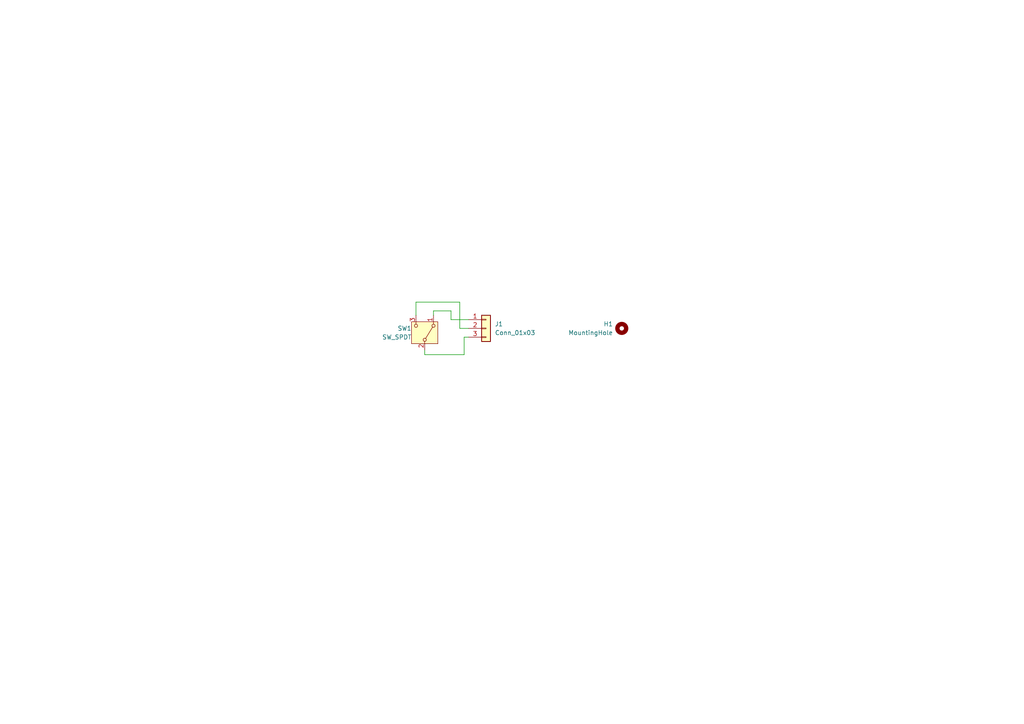
<source format=kicad_sch>
(kicad_sch (version 20250114) (generator "eeschema") (generator_version "9.0")
  (paper "A4")
  (lib_symbols
    (symbol "Connector_Generic:Conn_01x03" (pin_names (offset 1.016) (hide yes))
      (property "Reference" "J" (at 0 5.08 0))
      (property "Value" "Conn_01x03" (at 0 -5.08 0))
      (symbol "Conn_01x03_1_1"
        (rectangle (start -1.27 3.81) (end 1.27 -3.81) (stroke (width 0.254)) (fill (type background)))
        (rectangle (start -1.27 2.667) (end 0 2.413) (stroke (width 0.1524)))
        (rectangle (start -1.27 0.127) (end 0 -0.127) (stroke (width 0.1524)))
        (rectangle (start -1.27 -2.413) (end 0 -2.667) (stroke (width 0.1524)))
        (pin passive line (at -5.08 2.54 0) (length 3.81) (name "Pin_1") (number "1"))
        (pin passive line (at -5.08 0 0) (length 3.81) (name "Pin_2") (number "2"))
        (pin passive line (at -5.08 -2.54 0) (length 3.81) (name "Pin_3") (number "3"))
      )
    )
    (symbol "Mechanical:MountingHole" (pin_names (offset 1.016)) (in_bom no)
      (property "Reference" "H" (at 0 5.08 0))
      (property "Value" "MountingHole" (at 0 3.175 0))
      (symbol "MountingHole_0_1"
        (circle (center 0 0) (radius 1.27) (stroke (width 1.27)))
      )
    )
    (symbol "Switch:SW_SPDT" (pin_names (offset 0) (hide yes))
      (property "Reference" "SW" (at 0 5.08 0))
      (property "Value" "SW_SPDT" (at 0 -5.08 0))
      (symbol "SW_SPDT_0_1"
        (circle (center -2.032 0) (radius 0.4572))
        (polyline (pts (xy -1.651 0.254) (xy 1.651 2.286)))
        (circle (center 2.032 2.54) (radius 0.4572))
        (circle (center 2.032 -2.54) (radius 0.4572))
      )
      (symbol "SW_SPDT_1_1"
        (rectangle (start -3.175 3.81) (end 3.175 -3.81) (fill (type background)))
        (pin passive line (at -5.08 0 0) (length 2.54) (name "B") (number "2"))
        (pin passive line (at 5.08 2.54 180) (length 2.54) (name "A") (number "1"))
        (pin passive line (at 5.08 -2.54 180) (length 2.54) (name "C") (number "3"))
      )
    )
  )
  (wire (pts (xy 134.62 102.87) (xy 123.19 102.87)))
  (wire (pts (xy 130.81 90.17) (xy 130.81 92.71)))
  (wire (pts (xy 130.81 92.71) (xy 135.89 92.71)))
  (wire (pts (xy 135.89 97.79) (xy 134.62 97.79)))
  (wire (pts (xy 123.19 102.87) (xy 123.19 101.6)))
  (wire (pts (xy 125.73 91.44) (xy 125.73 90.17)))
  (wire (pts (xy 133.35 87.63) (xy 133.35 95.25)))
  (wire (pts (xy 134.62 97.79) (xy 134.62 102.87)))
  (wire (pts (xy 125.73 90.17) (xy 130.81 90.17)))
  (wire (pts (xy 133.35 95.25) (xy 135.89 95.25)))
  (wire (pts (xy 120.65 87.63) (xy 133.35 87.63)))
  (wire (pts (xy 120.65 87.63) (xy 120.65 91.44)))
  (symbol (lib_id "Switch:SW_SPDT") (at 123.19 96.52 270) (mirror x) (unit 1)
    (property "Reference" "SW1" (at 119.38 95.2499 90) (effects (justify right)))
    (property "Value" "SW_SPDT" (at 119.38 97.7899 90) (effects (justify right)))
    (property "Footprint" "Limit_Switch_custom:SS075Q102F035V2A" (effects (hide yes)))
    (property "Description" "Switch, single pole double throw" (effects (hide yes)))
  )
  (symbol (lib_id "Mechanical:MountingHole") (at 180.34 95.25 0) (mirror y) (unit 1)
    (property "Reference" "H1" (at 177.8 93.9799 0) (effects (justify left)))
    (property "Value" "MountingHole" (at 177.8 96.5199 0) (effects (justify left)))
    (property "Footprint" "MountingHole:MountingHole_5.3mm_M5" (effects (hide yes)))
    (property "Description" "Mounting Hole without connection" (effects (hide yes)))
  )
  (symbol (lib_id "Connector_Generic:Conn_01x03") (at 140.97 95.25 0) (unit 1)
    (property "Reference" "J1" (at 143.51 93.9799 0) (effects (justify left)))
    (property "Value" "Conn_01x03" (at 143.51 96.5199 0) (effects (justify left)))
    (property "Footprint" "Connector_PinSocket_2.00mm:PinSocket_1x03_P2.00mm_Vertical" (effects (hide yes)))
    (property "Description" "Generic connector, single row, 01x03, script generated (kicad-library-utils/schlib/autogen/connector/)" (effects (hide yes)))
  )
)
</source>
